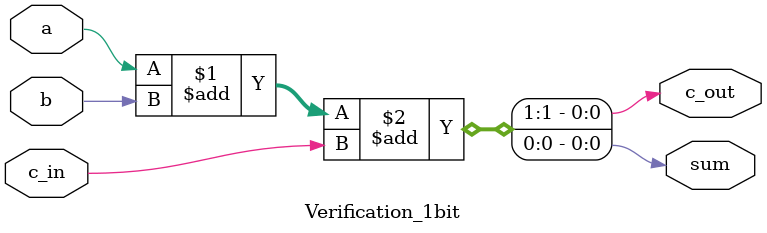
<source format=v>
module Verification_1bit(c_out, sum, a, b, c_in);

	input	 a, b, c_in; //declare inputs a, b, and c_in, one bit each
	output c_out, sum; //declare outputs c_out and sum, one bit each

	assign {c_out, sum} = a + b + c_in;

endmodule

</source>
